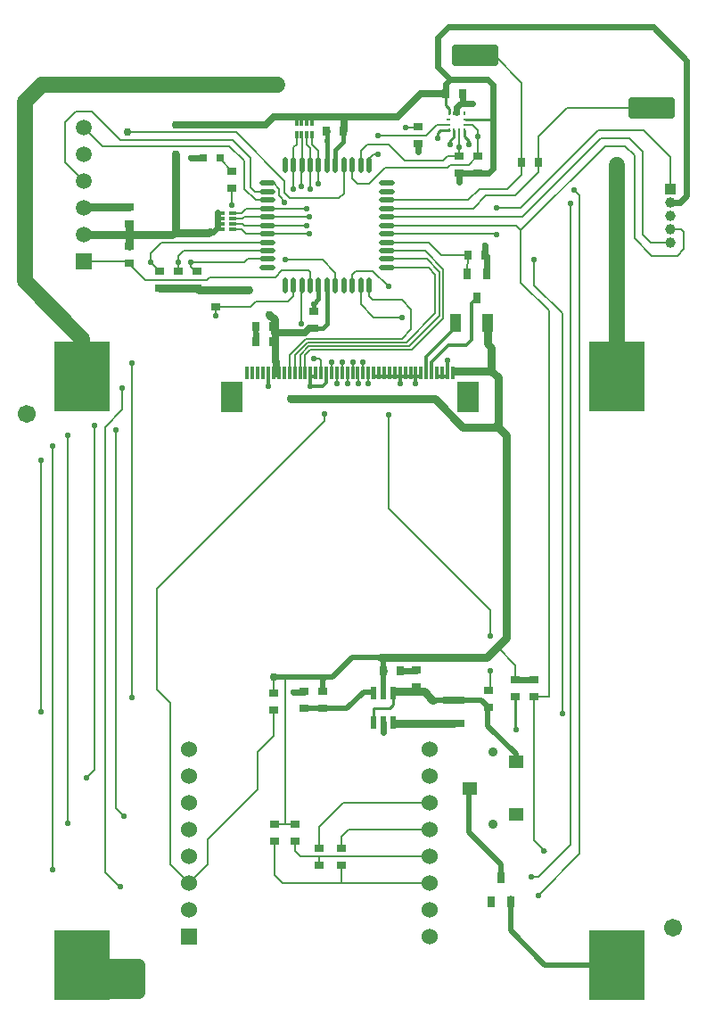
<source format=gbl>
G04*
G04 #@! TF.GenerationSoftware,Altium Limited,Altium Designer,19.1.8 (144)*
G04*
G04 Layer_Physical_Order=2*
G04 Layer_Color=16711680*
%FSLAX24Y24*%
%MOIN*%
G70*
G01*
G75*
%ADD11C,0.0100*%
%ADD12C,0.0080*%
%ADD28C,0.0200*%
%ADD29C,0.0300*%
%ADD30C,0.0050*%
%ADD31C,0.0600*%
%ADD32C,0.0220*%
%ADD33C,0.0350*%
%ADD34R,0.0394X0.0394*%
%ADD35C,0.0394*%
%ADD36R,0.0591X0.0591*%
%ADD37C,0.0591*%
%ADD38C,0.0670*%
%ADD39C,0.0600*%
%ADD40R,0.0600X0.0600*%
%ADD41C,0.0220*%
%ADD42C,0.0300*%
%ADD43C,0.0500*%
%ADD44O,0.0217X0.0591*%
%ADD45O,0.0591X0.0217*%
%ADD46R,0.0560X0.0480*%
%ADD47R,0.0217X0.0453*%
%ADD48R,0.0256X0.0413*%
%ADD49R,0.0118X0.0256*%
%ADD50R,0.0394X0.0689*%
%ADD51R,0.0354X0.0315*%
%ADD52R,0.0110X0.0161*%
%ADD53R,0.0161X0.0110*%
%ADD54R,0.0315X0.0315*%
%ADD55R,0.0800X0.0260*%
%ADD56R,0.0120X0.0490*%
%ADD57R,0.0790X0.1180*%
%ADD58R,0.0315X0.0354*%
G04:AMPARAMS|DCode=59|XSize=175mil|YSize=80mil|CornerRadius=12mil|HoleSize=0mil|Usage=FLASHONLY|Rotation=180.000|XOffset=0mil|YOffset=0mil|HoleType=Round|Shape=RoundedRectangle|*
%AMROUNDEDRECTD59*
21,1,0.1750,0.0560,0,0,180.0*
21,1,0.1510,0.0800,0,0,180.0*
1,1,0.0240,-0.0755,0.0280*
1,1,0.0240,0.0755,0.0280*
1,1,0.0240,0.0755,-0.0280*
1,1,0.0240,-0.0755,-0.0280*
%
%ADD59ROUNDEDRECTD59*%
%ADD60R,0.2100X0.2600*%
%ADD61R,0.0256X0.0118*%
%ADD62C,0.0210*%
%ADD63C,0.0250*%
%ADD64C,0.0150*%
%ADD65C,0.0500*%
%ADD66C,0.0120*%
%ADD67C,0.0110*%
%ADD68R,0.0180X0.0140*%
%ADD69R,0.0445X0.0140*%
%ADD70R,0.1795X0.0140*%
%ADD71R,0.0100X0.0300*%
%ADD72R,0.1750X0.0950*%
%ADD73R,0.0120X0.0020*%
D11*
X19200Y10550D02*
X19225Y10525D01*
X19200Y10550D02*
Y11650D01*
X14624Y11474D02*
Y11901D01*
X14500Y11350D02*
X14624Y11474D01*
X13900Y11350D02*
X14500D01*
X13876Y11326D02*
X13900Y11350D01*
X13876Y10799D02*
Y11326D01*
D12*
X10100Y6385D02*
X10200Y6285D01*
Y5100D02*
Y6285D01*
Y5100D02*
X10500Y4800D01*
X12700D02*
X16000D01*
X10585Y7015D02*
Y12500D01*
X10100Y7015D02*
X10585D01*
X10950Y6000D02*
Y6385D01*
Y6000D02*
X11150Y5800D01*
X10585Y7015D02*
X10950D01*
X11150Y5800D02*
X16000D01*
X12700Y6115D02*
Y6550D01*
X12950Y6800D01*
X16000D01*
X11850Y6115D02*
Y6900D01*
X12750Y7800D01*
X16000D01*
X12700Y4800D02*
Y5485D01*
X11850Y5485D02*
Y5800D01*
X10500Y4800D02*
X12700D01*
X10350Y30500D02*
X10600Y30250D01*
X10150Y10300D02*
Y11285D01*
Y11965D02*
Y12500D01*
X9550Y9700D02*
X10150Y10300D01*
X7965Y26300D02*
X8000Y26265D01*
X4250Y7600D02*
X4550Y7300D01*
X4250Y7600D02*
Y21725D01*
X17850Y30750D02*
X18900D01*
X17426Y30326D02*
X17850Y30750D01*
X14394Y30326D02*
X17426D01*
X24300Y33765D02*
X24650D01*
X21115D02*
X24300D01*
X18100Y30500D02*
X19200D01*
X17611Y30011D02*
X18100Y30500D01*
X14394Y30011D02*
X17611D01*
X19219Y29381D02*
X19400Y29200D01*
X14394Y29381D02*
X19219D01*
X19400Y27250D02*
Y29200D01*
X10550Y30600D02*
Y31050D01*
X8745Y32855D02*
X10550Y31050D01*
X4672Y32855D02*
X8745D01*
X8500Y32350D02*
X9050Y31800D01*
X3750Y32350D02*
X8500D01*
X3050Y33050D02*
X3750Y32350D01*
X4415Y32585D02*
X8615D01*
X4350Y32650D02*
X4415Y32585D01*
X8615D02*
X9300Y31900D01*
X15100Y33050D02*
X15535D01*
X15550Y33065D01*
X18250Y12015D02*
Y12750D01*
X13869Y27681D02*
X14450Y27100D01*
X13231Y27681D02*
X13869D01*
X1450Y11200D02*
Y20600D01*
X17098Y31967D02*
Y32935D01*
X19900Y6400D02*
X20250Y6050D01*
X2450Y7050D02*
Y7169D01*
X2450Y7169D01*
X2450Y21200D02*
X2450Y7169D01*
X4846Y11725D02*
Y24246D01*
X4850Y24250D01*
X3450Y9050D02*
Y21900D01*
X3150Y8750D02*
X3450Y9050D01*
X21400Y30700D02*
X21600Y30500D01*
X21600Y5900D02*
X21600Y30500D01*
X19400Y29200D02*
X22550Y32350D01*
X14394Y29066D02*
X18484D01*
X18500Y29050D01*
X19400Y30050D02*
X22300Y32950D01*
X18500Y30050D02*
X19400D01*
X7000Y4800D02*
X7700Y5500D01*
Y6450D01*
X9550Y8300D01*
Y9700D01*
X19900Y27150D02*
X20950Y26100D01*
X20950Y11950D02*
X20950Y26100D01*
X20950Y11150D02*
Y11950D01*
X1900Y21150D02*
X1900Y21150D01*
X1900Y21050D02*
Y21150D01*
Y21050D02*
X1900Y5400D01*
X2450Y21200D02*
Y21550D01*
X19800Y5050D02*
X20050D01*
X21250Y6250D01*
X20050Y4350D02*
X21600Y5900D01*
X21250Y6250D02*
X21250Y30200D01*
X17800Y32700D02*
Y32950D01*
Y31965D02*
Y32700D01*
X19400Y27250D02*
X20450Y26200D01*
X20450Y11785D01*
X19900D02*
X20450D01*
X6300Y5500D02*
Y11550D01*
Y5500D02*
X7000Y4800D01*
X5800Y12050D02*
X6300Y11550D01*
X5800Y12050D02*
Y15800D01*
X12055Y22055D01*
Y22331D01*
X10350Y30500D02*
Y30750D01*
X10144Y30956D02*
X10350Y30750D01*
X9906Y30956D02*
X10144D01*
X24300Y28250D02*
X25250D01*
X25500Y28500D01*
Y29150D01*
X25400Y29250D02*
X25500Y29150D01*
X25000Y29250D02*
X25400D01*
X23950Y29050D02*
X24250Y28750D01*
X25000D01*
X5550Y28350D02*
X5951Y28751D01*
X5550Y28000D02*
Y28350D01*
Y28000D02*
X5885Y27665D01*
X5550Y28000D02*
X5565D01*
X2350Y31750D02*
X3050Y31050D01*
X2350Y31750D02*
Y33250D01*
X2750Y33650D01*
X3350D01*
X4350Y32650D01*
X3850Y5200D02*
X4414Y4636D01*
X4500Y22500D02*
Y23300D01*
X3850Y21850D02*
X4500Y22500D01*
X3850Y21850D02*
X3850Y5200D01*
X4650Y28050D02*
X5350Y27350D01*
X7650D01*
X3050Y28050D02*
X4650D01*
X8600Y30150D02*
Y30766D01*
X19900Y11785D02*
X19900D01*
X19900Y11785D02*
X19900Y11785D01*
X19900Y6400D02*
Y11785D01*
X19200Y12415D02*
Y12950D01*
Y12415D02*
Y12415D01*
X18550Y13600D02*
X19200Y12950D01*
X18250Y14050D02*
Y15000D01*
X14450Y18800D02*
X18250Y15000D01*
X14450Y18800D02*
Y22300D01*
X9450Y30650D02*
X9897D01*
X9300Y30800D02*
X9450Y30650D01*
X18200Y11385D02*
Y11450D01*
X24000Y32950D02*
X25000Y31950D01*
X22300Y32950D02*
X24000D01*
X23450Y32650D02*
X23950Y32150D01*
X22400Y32650D02*
X23450D01*
X23300Y32350D02*
X23650Y32000D01*
X22550Y32350D02*
X23300D01*
X23950Y29050D02*
Y32150D01*
X23650Y28900D02*
Y32000D01*
Y28900D02*
X24300Y28250D01*
X19200Y30500D02*
X20065Y31365D01*
X18900Y30750D02*
X19435Y31285D01*
X25000Y30750D02*
Y31950D01*
X12780Y30580D02*
Y31625D01*
X12600Y30400D02*
X12780Y30580D01*
X10750Y30400D02*
X12600D01*
X10550Y30600D02*
X10750Y30400D01*
X16665Y31965D02*
X17100D01*
X16500Y31800D02*
X16665Y31965D01*
X16750Y31650D02*
X17450D01*
X16650Y31550D02*
X16750Y31650D01*
X14319Y31550D02*
X16650D01*
X13410Y26440D02*
X13900Y25950D01*
X13410Y26440D02*
Y27137D01*
X7965Y26300D02*
X8000Y26335D01*
Y26000D02*
Y26265D01*
X7235Y27665D02*
X7300D01*
X7050Y27850D02*
X7235Y27665D01*
X7050Y27850D02*
Y28000D01*
X9057D01*
X6600D02*
Y28250D01*
X6786Y28436D01*
X9057Y28000D02*
X9178Y28122D01*
X6600Y27665D02*
Y28000D01*
X9050Y30750D02*
X9474Y30326D01*
X8600Y31396D02*
Y31420D01*
X8165Y31855D02*
X8600Y31420D01*
X8165Y31855D02*
Y31900D01*
X13095Y27545D02*
X13231Y27681D01*
X13095Y27137D02*
Y27545D01*
X10890Y26740D02*
Y27137D01*
X12465D02*
Y27615D01*
X17435Y27966D02*
Y28281D01*
X17376Y27907D02*
X17435Y27966D01*
X17376Y27584D02*
Y27907D01*
X8600Y31396D02*
X8605Y31401D01*
X14394Y28751D02*
X15949D01*
X16419Y28281D01*
X17435D01*
X17098Y31967D02*
X17100Y31965D01*
X17325Y33152D02*
X17598D01*
X17800Y32950D01*
X13095Y31138D02*
Y31625D01*
Y31138D02*
X13283Y30950D01*
X13719D01*
X17450Y31650D02*
X17765Y31965D01*
X17800D01*
X9474Y30326D02*
X9906D01*
X8000Y26335D02*
X8015Y26350D01*
X6786Y28436D02*
X9906D01*
X9178Y28122D02*
X9906D01*
X9050Y30750D02*
Y31800D01*
X9300Y30800D02*
Y31900D01*
X13410Y31625D02*
Y32160D01*
X7750Y27450D02*
X10219D01*
X7650Y27350D02*
X7750Y27450D01*
X13719Y30950D02*
X14319Y31550D01*
X15050Y31800D02*
X16500D01*
X14050Y32750D02*
X15850D01*
X16252Y33152D01*
X16675D01*
X13410Y32160D02*
X13650Y32400D01*
X14450D01*
X15050Y31800D01*
X13725Y31625D02*
Y31875D01*
X13900Y32050D01*
X14050D01*
X5951Y28751D02*
X9906D01*
X8015Y26350D02*
X9300D01*
X9500Y26550D01*
X10700D01*
X10890Y26740D01*
X11520Y27137D02*
Y27630D01*
X10219Y27450D02*
X10469Y27700D01*
X11450D01*
X11520Y27630D01*
X11980Y28100D02*
X12465Y27615D01*
X10600Y28100D02*
X11980D01*
X13900Y25950D02*
X14950D01*
X19900Y27150D02*
Y28100D01*
X19435Y31285D02*
Y31750D01*
Y34715D01*
X18415Y35735D02*
X19435Y34715D01*
X20065Y32715D02*
X21115Y33765D01*
X20065Y31750D02*
Y32715D01*
Y31365D02*
Y31750D01*
X14394Y29696D02*
X19446D01*
X22400Y32650D01*
X20250Y6000D02*
X20350D01*
D28*
X12000Y12500D02*
X12100D01*
X10150D02*
X10585D01*
X10600D02*
X12000D01*
X16100Y11650D02*
X17935D01*
X16050D02*
X16100D01*
X18168Y10682D02*
Y11418D01*
X17935Y11650D02*
X18168Y11418D01*
X12100Y12500D02*
X12350D01*
X13876Y11950D02*
X13900Y11950D01*
X13515Y11954D02*
X13876Y11950D01*
X12000Y11338D02*
X12880Y11330D01*
X11300Y11345D02*
X12000Y11338D01*
X9495Y25329D02*
Y25600D01*
X12880Y11330D02*
X13515Y11954D01*
X14245Y11906D02*
Y12740D01*
X19220Y9330D02*
Y9630D01*
X18168Y10682D02*
X19220Y9630D01*
X17450Y6700D02*
Y8340D01*
Y6700D02*
X18643Y5507D01*
Y5073D02*
Y5507D01*
X19017Y3033D02*
Y4227D01*
Y3033D02*
X20300Y1750D01*
X21550D01*
X23000D01*
D29*
X18515Y13635D02*
X18850Y13969D01*
X14250Y12745D02*
Y12750D01*
X7752Y29139D02*
X7787Y29137D01*
X7731Y29120D02*
X7752Y29139D01*
X7711Y29102D02*
X7731Y29120D01*
X10191Y25381D02*
Y25859D01*
X18131Y13250D02*
X18515Y13635D01*
X14680Y11965D02*
X15785D01*
X16100Y11650D02*
X16117Y11633D01*
X15785Y11965D02*
X16100Y11650D01*
X3065Y30065D02*
X4750D01*
X4750Y29025D02*
Y29435D01*
Y28615D02*
Y29025D01*
X6500Y29102D02*
Y32050D01*
Y29102D02*
X7711D01*
X4750Y29025D02*
X6369D01*
X3050Y29050D02*
X4700D01*
X16187Y22900D02*
X17237Y21850D01*
X10800Y22900D02*
X16187D01*
X14150Y13250D02*
X18131D01*
X18550Y21850D02*
X18850Y21550D01*
X18500Y21900D02*
X18550Y21850D01*
Y23700D01*
X17237Y21850D02*
X18550D01*
X18850Y13969D02*
Y21550D01*
X18300Y23950D02*
X18550Y23700D01*
X18300Y23950D02*
Y24800D01*
X16950Y23950D02*
X18300D01*
X5900Y27035D02*
X6600D01*
X7300D01*
X7370Y26965D02*
X8000D01*
X7300Y27035D02*
X7370Y26965D01*
X14700Y10775D02*
X16900D01*
X18141Y24959D02*
X18300Y24800D01*
X18141Y24959D02*
Y25750D01*
X8000Y26965D02*
X9235D01*
X10000Y26050D02*
X10191Y25859D01*
D30*
X12715Y23883D02*
Y24281D01*
X13105Y23883D02*
Y24281D01*
X13500Y23882D02*
Y24281D01*
X12320Y24281D02*
X12320Y24281D01*
X11200Y25700D02*
Y27132D01*
X11205Y27137D01*
X11138Y23881D02*
Y24539D01*
X10745Y23881D02*
Y24545D01*
X11335Y24535D02*
X11530Y24730D01*
X11335Y23881D02*
Y24535D01*
X11138Y24539D02*
X11470Y24870D01*
X10942Y24542D02*
X11410Y25010D01*
X10942Y23881D02*
Y24542D01*
X13305Y23481D02*
Y23880D01*
X12515Y23481D02*
Y23880D01*
X19200Y11650D02*
Y11785D01*
X9906Y29066D02*
X9909Y29070D01*
X11500D01*
X9906Y29381D02*
X9910Y29385D01*
X11400D01*
X9906Y29696D02*
X9910Y29700D01*
X11500D01*
X9906Y30011D02*
X9910Y30015D01*
X11400D01*
X11835Y31625D02*
X11836Y31625D01*
Y30950D02*
Y31625D01*
X11520Y31625D02*
X11520Y31625D01*
X11520Y30750D02*
Y31625D01*
X11200Y31620D02*
X11205Y31625D01*
X11200Y30850D02*
Y31620D01*
X10885Y31620D02*
X10890Y31625D01*
X10885Y30750D02*
Y31620D01*
X11398Y32402D02*
X11520Y32280D01*
Y31625D02*
Y32280D01*
X15943Y27807D02*
X16200Y27550D01*
Y26100D02*
Y27550D01*
X15110Y25010D02*
X16200Y26100D01*
X15878Y28122D02*
X16350Y27650D01*
Y26000D02*
Y27650D01*
X15220Y24870D02*
X16350Y26000D01*
X15814Y28436D02*
X16500Y27750D01*
Y25900D02*
Y27750D01*
X15330Y24730D02*
X16500Y25900D01*
X13725Y26725D02*
X13850Y26600D01*
X13725Y26725D02*
Y27137D01*
X11530Y24730D02*
X15330D01*
X11470Y24870D02*
X15220D01*
X11410Y25010D02*
X15110D01*
X9050Y29381D02*
X9350D01*
X8998Y29433D02*
X9050Y29381D01*
X8626Y29433D02*
X8998D01*
X9130Y30011D02*
X9350D01*
X9450Y29066D02*
X9450Y29066D01*
X9906D01*
X9350Y29381D02*
X9350Y29381D01*
X9906D01*
X9450Y29696D02*
X9450Y29696D01*
X9906D01*
X9350Y30011D02*
X9350Y30011D01*
X9906D01*
X11835Y31625D02*
Y32181D01*
X11205Y31625D02*
Y32181D01*
X10890Y32081D02*
X10890Y32081D01*
Y31625D02*
Y32081D01*
X13500Y23882D02*
X13501Y23881D01*
X13105Y23883D02*
X13107Y23881D01*
X12713D02*
X12715Y23883D01*
X13698Y23881D02*
X13700Y23879D01*
Y23481D02*
Y23879D01*
X13304Y23881D02*
X13305Y23880D01*
X12910Y23881D02*
X12910Y23881D01*
X12910Y23481D02*
Y23881D01*
X12515Y23880D02*
X12516Y23881D01*
X12520Y23878D01*
X12320Y23881D02*
Y24281D01*
X9115Y29066D02*
X9450D01*
X8626Y29236D02*
X8945D01*
X9115Y29066D01*
X8626Y29630D02*
X8998D01*
X9065Y29696D01*
X9450D01*
X8626Y29827D02*
X8945D01*
X9130Y30011D01*
X11205Y32181D02*
X11205Y32181D01*
X11205Y32181D02*
Y32774D01*
X11398Y32402D02*
Y32774D01*
X11595Y32421D02*
Y32774D01*
Y32421D02*
X11835Y32181D01*
X10890Y32081D02*
Y32290D01*
X11005Y32405D01*
Y32774D01*
X14394Y28436D02*
X15814D01*
X14394Y28122D02*
X15878D01*
X14394Y27807D02*
X15943D01*
X10745Y24545D02*
X11350Y25150D01*
X11926Y23881D02*
Y24324D01*
X11850Y24400D02*
X11926Y24324D01*
X11650Y24400D02*
X11850D01*
X13850Y26600D02*
X14950D01*
X15300Y26250D01*
X11350Y25150D02*
X14950D01*
X15300Y25500D01*
Y26250D01*
D31*
X23000Y23750D02*
Y31650D01*
X1500Y34650D02*
X10300D01*
X850Y34000D02*
X1500Y34650D01*
X850Y27300D02*
Y34000D01*
Y27300D02*
X3000Y25150D01*
Y23750D02*
Y25150D01*
D32*
X8050Y29827D02*
Y29881D01*
Y29300D02*
Y29827D01*
X10900Y11950D02*
X11300D01*
X9500Y25065D02*
Y25326D01*
X9485Y25050D02*
X9500Y25065D01*
X7887Y29137D02*
X8050Y29300D01*
X7791Y29137D02*
X7887D01*
X7750Y29100D02*
X7787Y29137D01*
X19200Y12415D02*
X19900D01*
X19200D02*
X19200D01*
X15180Y12750D02*
X15485D01*
X14875D02*
X15180D01*
X25600Y30500D02*
Y35550D01*
X24350Y36800D02*
X25600Y35550D01*
X16700Y36800D02*
X24350D01*
X16300Y36400D02*
X16700Y36800D01*
X16300Y35300D02*
Y36400D01*
X25000Y30250D02*
X25350D01*
X25600Y30500D01*
X18350Y33350D02*
Y34650D01*
X18150Y34850D02*
X18350Y34650D01*
X16750Y34850D02*
X18150D01*
X16300Y35300D02*
X16750Y34850D01*
X17150Y33950D02*
X17600D01*
X17100Y31000D02*
Y31335D01*
X14250Y10799D02*
X14250Y10799D01*
Y10450D02*
Y10799D01*
X7050Y31900D02*
X7535D01*
X18124Y27584D02*
Y28222D01*
X18065Y28281D02*
X18124Y28222D01*
X18050Y28296D02*
X18065Y28281D01*
X18050Y28296D02*
Y28631D01*
X17215Y34015D02*
Y34300D01*
X17000Y33600D02*
Y33800D01*
X15485Y12750D02*
X15500Y12765D01*
X18350Y31500D02*
Y33350D01*
X15550Y32150D02*
Y32435D01*
X16585Y34300D02*
Y34685D01*
X16750Y34850D01*
X18185Y31335D02*
X18350Y31500D01*
X17800Y31335D02*
X18185D01*
X17100D02*
X17800D01*
X17000Y33800D02*
X17150Y33950D01*
X17215Y34015D01*
D33*
X18350Y9690D02*
D03*
Y7010D02*
D03*
D34*
X25000Y30750D02*
D03*
D35*
Y30250D02*
D03*
Y29750D02*
D03*
Y29250D02*
D03*
Y28750D02*
D03*
D36*
X3050Y28050D02*
D03*
D37*
Y29050D02*
D03*
Y30050D02*
D03*
Y31050D02*
D03*
Y32050D02*
D03*
Y33050D02*
D03*
D38*
X25090Y3150D02*
D03*
X910Y22350D02*
D03*
D39*
X7000Y4800D02*
D03*
Y8800D02*
D03*
X16000Y4800D02*
D03*
Y8800D02*
D03*
X7000Y5800D02*
D03*
Y3800D02*
D03*
Y7800D02*
D03*
Y6800D02*
D03*
X16000Y2800D02*
D03*
Y3800D02*
D03*
Y5800D02*
D03*
Y6800D02*
D03*
Y7800D02*
D03*
X7000Y9800D02*
D03*
X16000D02*
D03*
D40*
X7000Y2800D02*
D03*
D41*
X10900Y11950D02*
D03*
X9500Y25326D02*
D03*
X15100Y33050D02*
D03*
X14450Y27100D02*
D03*
X1450Y11200D02*
D03*
X2450Y7050D02*
D03*
X4846Y11725D02*
D03*
X3150Y8750D02*
D03*
X4550Y7300D02*
D03*
X21400Y30700D02*
D03*
X18500Y29050D02*
D03*
X1900Y21150D02*
D03*
Y5300D02*
D03*
X2450Y21550D02*
D03*
X1450Y20600D02*
D03*
X19800Y5050D02*
D03*
X20050Y4350D02*
D03*
X21250Y30200D02*
D03*
X17100Y32300D02*
D03*
X17800Y32700D02*
D03*
X12055Y22331D02*
D03*
X12715Y24281D02*
D03*
X13105D02*
D03*
X13500D02*
D03*
X12320D02*
D03*
X10550Y30250D02*
D03*
X5550Y28000D02*
D03*
X3450Y21900D02*
D03*
X4250Y21725D02*
D03*
X4850Y24250D02*
D03*
X4500Y23300D02*
D03*
X4436Y4664D02*
D03*
X8600Y30150D02*
D03*
X11200Y25700D02*
D03*
X19225Y10525D02*
D03*
X18250Y14050D02*
D03*
Y12750D02*
D03*
X14450Y22300D02*
D03*
X11530Y23381D02*
D03*
X15469Y23469D02*
D03*
X13305Y23481D02*
D03*
X12515D02*
D03*
X15180Y12750D02*
D03*
X20950Y11150D02*
D03*
X18500Y30050D02*
D03*
X11836Y30950D02*
D03*
X11200Y30850D02*
D03*
X11520Y30750D02*
D03*
X10885D02*
D03*
X11400Y30015D02*
D03*
Y29385D02*
D03*
X11500Y29070D02*
D03*
Y29700D02*
D03*
X17600Y33950D02*
D03*
X16300Y32650D02*
D03*
X17100Y31000D02*
D03*
X20250Y6000D02*
D03*
X8000Y26000D02*
D03*
X14879Y23471D02*
D03*
X7050Y28000D02*
D03*
X17450Y32400D02*
D03*
X12150Y32550D02*
D03*
X14250Y10450D02*
D03*
X11650Y26450D02*
D03*
X9955Y23381D02*
D03*
X18050Y28631D02*
D03*
X13700Y23481D02*
D03*
X12910D02*
D03*
X6600Y28000D02*
D03*
X7050Y31900D02*
D03*
X16750Y32400D02*
D03*
X15550Y32150D02*
D03*
X16650Y24350D02*
D03*
X11650Y24400D02*
D03*
X14050Y32750D02*
D03*
Y32050D02*
D03*
X10600Y28100D02*
D03*
X14950Y25950D02*
D03*
X19900Y28100D02*
D03*
D42*
X10150Y12500D02*
D03*
X6500Y33150D02*
D03*
X4672Y32855D02*
D03*
X5000Y900D02*
D03*
X7750Y29100D02*
D03*
X10800Y22900D02*
D03*
X6500Y32050D02*
D03*
X5000Y1700D02*
D03*
X10000Y26050D02*
D03*
X9235Y26965D02*
D03*
X4250Y1700D02*
D03*
Y900D02*
D03*
D43*
X10300Y34650D02*
D03*
X23000Y31650D02*
D03*
D44*
X10575Y31625D02*
D03*
X10890D02*
D03*
X11205D02*
D03*
X11520D02*
D03*
X11835D02*
D03*
X12150D02*
D03*
X12465D02*
D03*
X12780D02*
D03*
X13095D02*
D03*
X13410D02*
D03*
X13725D02*
D03*
X13725Y27137D02*
D03*
X13410D02*
D03*
X13095D02*
D03*
X12780D02*
D03*
X12465D02*
D03*
X12150D02*
D03*
X11835D02*
D03*
X11520D02*
D03*
X11205D02*
D03*
X10890D02*
D03*
X10575D02*
D03*
D45*
X14394Y30956D02*
D03*
Y30641D02*
D03*
Y30326D02*
D03*
Y30011D02*
D03*
Y29696D02*
D03*
Y29381D02*
D03*
Y29066D02*
D03*
Y28751D02*
D03*
Y28436D02*
D03*
Y28122D02*
D03*
Y27807D02*
D03*
X9906Y27807D02*
D03*
Y28122D02*
D03*
Y28436D02*
D03*
Y28751D02*
D03*
Y29066D02*
D03*
Y29381D02*
D03*
Y29696D02*
D03*
Y30011D02*
D03*
Y30326D02*
D03*
Y30641D02*
D03*
Y30956D02*
D03*
D46*
X17480Y8350D02*
D03*
X19220Y7370D02*
D03*
Y9330D02*
D03*
D47*
X14624Y11901D02*
D03*
X14250D02*
D03*
X13876D02*
D03*
Y10799D02*
D03*
X14250D02*
D03*
X14624D02*
D03*
D48*
X18276Y4097D02*
D03*
X19024D02*
D03*
X18650Y5003D02*
D03*
X18124Y27584D02*
D03*
X17376D02*
D03*
X17750Y26679D02*
D03*
D49*
X11005Y33226D02*
D03*
Y32774D02*
D03*
X11202Y33226D02*
D03*
Y32774D02*
D03*
X11398Y33226D02*
D03*
Y32774D02*
D03*
X11595Y33226D02*
D03*
Y32774D02*
D03*
D50*
X16959Y25750D02*
D03*
X18141D02*
D03*
D51*
X12700Y5485D02*
D03*
Y6115D02*
D03*
X19200Y12415D02*
D03*
Y11785D02*
D03*
X19900Y12415D02*
D03*
Y11785D02*
D03*
X17800Y31335D02*
D03*
Y31965D02*
D03*
X17100Y31335D02*
D03*
Y31965D02*
D03*
X15550Y32435D02*
D03*
Y33065D02*
D03*
X4750Y28615D02*
D03*
Y27985D02*
D03*
X11300Y11335D02*
D03*
Y11965D02*
D03*
X12000Y11965D02*
D03*
Y11335D02*
D03*
X18200Y12015D02*
D03*
Y11385D02*
D03*
X15500Y12135D02*
D03*
Y12765D02*
D03*
X8600Y30766D02*
D03*
Y31396D02*
D03*
X11650Y26165D02*
D03*
Y25535D02*
D03*
X4750Y30065D02*
D03*
Y29435D02*
D03*
X8000Y26335D02*
D03*
Y26965D02*
D03*
X7300Y27665D02*
D03*
Y27035D02*
D03*
X6600Y27665D02*
D03*
Y27035D02*
D03*
X5900Y27665D02*
D03*
Y27035D02*
D03*
X10150Y11285D02*
D03*
Y11915D02*
D03*
X10200Y6385D02*
D03*
Y7015D02*
D03*
X10950Y6385D02*
D03*
Y7015D02*
D03*
X11850Y5485D02*
D03*
Y6115D02*
D03*
D52*
X17295Y32935D02*
D03*
X17098D02*
D03*
X16902D02*
D03*
X16705D02*
D03*
Y33565D02*
D03*
X16902D02*
D03*
X17098D02*
D03*
X17295D02*
D03*
D53*
X16675Y33152D02*
D03*
Y33348D02*
D03*
X17325D02*
D03*
Y33152D02*
D03*
D54*
X7535Y31900D02*
D03*
X8165D02*
D03*
D55*
X16900Y11625D02*
D03*
Y10775D02*
D03*
D56*
X16650Y23881D02*
D03*
X14879D02*
D03*
X15076D02*
D03*
X15272D02*
D03*
X15469D02*
D03*
X15666D02*
D03*
X15863D02*
D03*
X16060D02*
D03*
X16257D02*
D03*
X16453D02*
D03*
X9170D02*
D03*
X9367D02*
D03*
X9564D02*
D03*
X9761D02*
D03*
X9957D02*
D03*
X10154D02*
D03*
X10351D02*
D03*
X10548D02*
D03*
X10745D02*
D03*
X10942D02*
D03*
X11138D02*
D03*
X11335D02*
D03*
X11532D02*
D03*
X11729D02*
D03*
X11926D02*
D03*
X16847D02*
D03*
X14682D02*
D03*
X14485D02*
D03*
X14288D02*
D03*
X14091D02*
D03*
X13894D02*
D03*
X13698D02*
D03*
X13501D02*
D03*
X13304D02*
D03*
X13107D02*
D03*
X12910D02*
D03*
X12713D02*
D03*
X12516D02*
D03*
X12320D02*
D03*
X12123D02*
D03*
D57*
X17431Y22966D02*
D03*
X8585D02*
D03*
D58*
X10125Y25600D02*
D03*
X9495D02*
D03*
X19435Y31750D02*
D03*
X20065D02*
D03*
X16585Y34300D02*
D03*
X17215D02*
D03*
X14245Y12750D02*
D03*
X14875D02*
D03*
X12135Y32900D02*
D03*
X12765D02*
D03*
X9485Y25050D02*
D03*
X10115D02*
D03*
X18065Y28281D02*
D03*
X17435D02*
D03*
D59*
X24300Y33765D02*
D03*
X17700Y35735D02*
D03*
D60*
X23000Y1750D02*
D03*
Y23750D02*
D03*
X3000D02*
D03*
Y1750D02*
D03*
D61*
X8174Y29236D02*
D03*
X8626D02*
D03*
X8174Y29433D02*
D03*
X8626D02*
D03*
X8174Y29630D02*
D03*
X8626D02*
D03*
X8174Y29827D02*
D03*
X8626D02*
D03*
D62*
X14245Y12740D02*
X14250Y12745D01*
X12000Y12400D02*
X12100Y12500D01*
X12000Y11965D02*
Y12400D01*
X12350Y12500D02*
X13100Y13250D01*
X14150D01*
X14235Y13165D02*
X14245Y13155D01*
Y12750D02*
Y13155D01*
D63*
X11202Y33450D02*
X12800D01*
X10150D02*
X11202D01*
X10255Y23851D02*
Y24261D01*
X10215Y24301D02*
Y25357D01*
X9850Y33150D02*
X10150Y33450D01*
X6500Y33150D02*
X9850D01*
X11327Y25381D02*
X11481Y25535D01*
X10191Y25381D02*
X11327D01*
X11481Y25535D02*
X11650D01*
X15650Y34300D02*
X16585D01*
X14800Y33450D02*
X15650Y34300D01*
X12800Y33450D02*
X14800D01*
X15515Y32400D02*
X15550Y32435D01*
X12800Y32935D02*
Y33450D01*
X12765Y32900D02*
X12800Y32935D01*
X10215Y24301D02*
X10255Y24261D01*
X10191Y25381D02*
X10215Y25357D01*
D64*
X12150Y32875D02*
X12180Y32905D01*
X11650Y25535D02*
X11985D01*
X12150Y25700D01*
X11835Y26635D02*
Y27137D01*
X11650Y26450D02*
X11835Y26635D01*
X11650Y26165D02*
Y26450D01*
X12150Y25700D02*
Y27137D01*
X12465Y31625D02*
Y32215D01*
X12765Y32515D02*
Y32900D01*
X12465Y32215D02*
X12765Y32515D01*
X12150Y31625D02*
Y32550D01*
Y32875D01*
D65*
X2770Y1730D02*
X5100D01*
X3750Y750D02*
X5100D01*
X2770Y1730D02*
X3750Y750D01*
X2750Y1750D02*
X2770Y1730D01*
D66*
X11530Y23381D02*
X11985D01*
X11530D02*
X11532Y23384D01*
X12123Y23519D02*
Y23881D01*
X11985Y23381D02*
X12123Y23519D01*
X15469Y23469D02*
Y23881D01*
X14879Y23471D02*
Y23881D01*
X16959Y25559D02*
Y25750D01*
X15863Y24463D02*
X16959Y25559D01*
X15863Y23881D02*
Y24463D01*
X16700Y24900D02*
X17350D01*
X16060Y24260D02*
X16700Y24900D01*
X16060Y23881D02*
Y24260D01*
X13894Y23881D02*
X13895Y23882D01*
X14485Y23881D02*
X14485Y23881D01*
X15075Y23882D02*
X15076Y23881D01*
X16650Y23882D02*
X16650Y23881D01*
X9955Y23381D02*
X9957Y23384D01*
Y23881D01*
X11532Y23384D02*
Y23881D01*
X17550Y26479D02*
X17750Y26679D01*
X17550Y25100D02*
Y26479D01*
X17350Y24900D02*
X17550Y25100D01*
X16650Y23882D02*
Y24350D01*
X14680Y23880D02*
X14682Y23881D01*
D67*
X16300Y32850D02*
X16385Y32935D01*
X16705D01*
X16300Y32650D02*
Y32850D01*
X17450Y32400D02*
Y32550D01*
X17295Y32705D02*
X17450Y32550D01*
X17295Y32705D02*
Y32935D01*
X16705Y33565D02*
Y33745D01*
X16585Y33865D02*
X16705Y33745D01*
X16585Y33865D02*
Y34300D01*
X17325Y33348D02*
X18348D01*
X18350Y33350D01*
X16902Y32702D02*
Y32935D01*
X16750Y32550D02*
X16902Y32702D01*
X16750Y32400D02*
Y32550D01*
D68*
X11645Y23751D02*
D03*
D69*
X16463D02*
D03*
D70*
X14772D02*
D03*
D71*
X16900Y23950D02*
D03*
D72*
X4475Y1275D02*
D03*
D73*
X17000Y33500D02*
D03*
M02*

</source>
